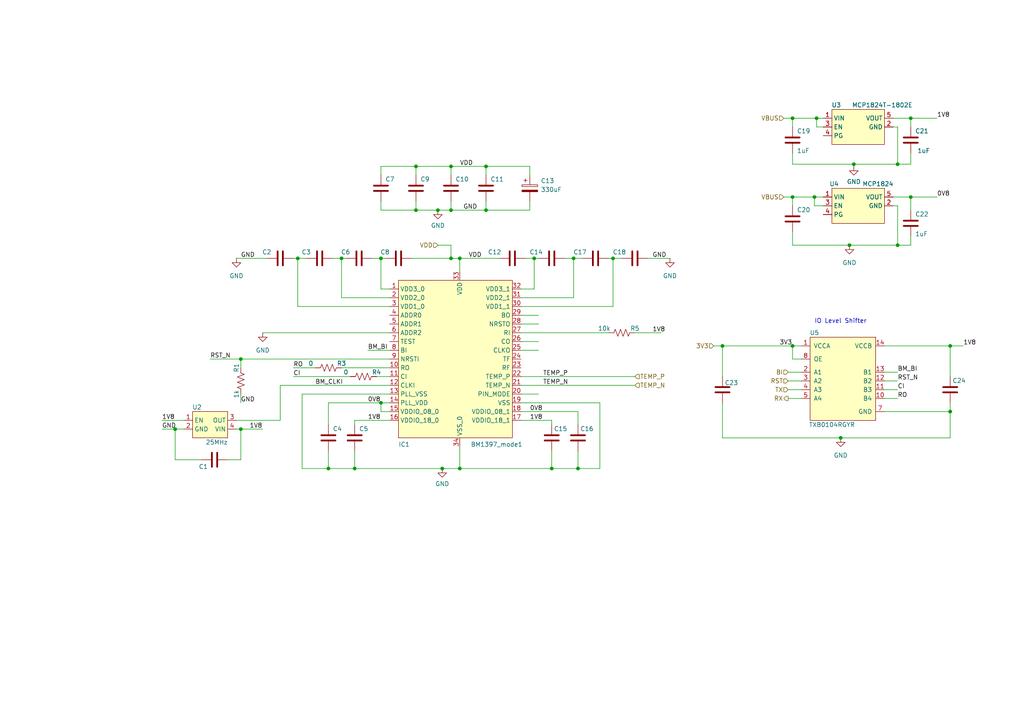
<source format=kicad_sch>
(kicad_sch (version 20231120) (generator "eeschema") (generator_version "8.0")
  (paper "A4")
  (lib_symbols
    (symbol "Device:C" (pin_numbers hide) (pin_names (offset 0.254))
      (property "Reference" "C" (at 0.635 2.54 0))
      (property "Value" "C" (at 0.635 -2.54 0))
      (symbol "C_0_1"
        (polyline (pts (xy -2.032 -0.762) (xy 2.032 -0.762)) (stroke (width 0.508)))
        (polyline (pts (xy -2.032 0.762) (xy 2.032 0.762)) (stroke (width 0.508)))
      )
      (symbol "C_1_1"
        (pin passive line (at 0 3.81 270) (length 2.794) (name "~") (number "1"))
        (pin passive line (at 0 -3.81 90) (length 2.794) (name "~") (number "2"))
      )
    )
    (symbol "Device:C_Polarized" (pin_numbers hide) (pin_names (offset 0.254))
      (property "Reference" "C" (at 0.635 2.54 0))
      (property "Value" "C_Polarized" (at 0.635 -2.54 0))
      (symbol "C_Polarized_0_1"
        (rectangle (start -2.286 0.508) (end 2.286 1.016))
        (polyline (pts (xy -1.778 2.286) (xy -0.762 2.286)))
        (polyline (pts (xy -1.27 2.794) (xy -1.27 1.778)))
        (rectangle (start 2.286 -0.508) (end -2.286 -1.016) (fill (type outline)))
      )
      (symbol "C_Polarized_1_1"
        (pin passive line (at 0 3.81 270) (length 2.794) (name "~") (number "1"))
        (pin passive line (at 0 -3.81 90) (length 2.794) (name "~") (number "2"))
      )
    )
    (symbol "Device:R_US" (pin_numbers hide) (pin_names (offset 0))
      (property "Reference" "R" (at 2.54 0 90))
      (property "Value" "R_US" (at -2.54 0 90))
      (symbol "R_US_0_1"
        (polyline (pts (xy 0 -2.286) (xy 0 -2.54)))
        (polyline (pts (xy 0 2.286) (xy 0 2.54)))
        (polyline (pts (xy 0 -0.762) (xy 1.016 -1.143) (xy 0 -1.524) (xy -1.016 -1.905) (xy 0 -2.286)))
        (polyline (pts (xy 0 0.762) (xy 1.016 0.381) (xy 0 0) (xy -1.016 -0.381) (xy 0 -0.762)))
        (polyline (pts (xy 0 2.286) (xy 1.016 1.905) (xy 0 1.524) (xy -1.016 1.143) (xy 0 0.762)))
      )
      (symbol "R_US_1_1"
        (pin passive line (at 0 3.81 270) (length 1.27) (name "~") (number "1"))
        (pin passive line (at 0 -3.81 90) (length 1.27) (name "~") (number "2"))
      )
    )
    (symbol "GND_1" (power) (pin_numbers hide) (pin_names (offset 0) hide)
      (property "Value" "GND" (at 0 -3.81 0))
      (symbol "GND_1_0_1"
        (polyline (pts (xy 0 0) (xy 0 -1.27) (xy 1.27 -1.27) (xy 0 -2.54) (xy -1.27 -1.27) (xy 0 -1.27)))
      )
      (symbol "GND_1_1_1"
        (pin power_in line (at 0 0 270) (length 0) (name "~") (number "1"))
      )
    )
    (symbol "GND_2" (power) (pin_numbers hide) (pin_names (offset 0) hide)
      (property "Value" "GND" (at 0 -3.81 0))
      (symbol "GND_2_0_1"
        (polyline (pts (xy 0 0) (xy 0 -1.27) (xy 1.27 -1.27) (xy 0 -2.54) (xy -1.27 -1.27) (xy 0 -1.27)))
      )
      (symbol "GND_2_1_1"
        (pin power_in line (at 0 0 270) (length 0) (name "~") (number "1"))
      )
    )
    (symbol "GND_3" (power) (pin_numbers hide) (pin_names (offset 0) hide)
      (property "Value" "GND" (at 0 -3.81 0))
      (symbol "GND_3_0_1"
        (polyline (pts (xy 0 0) (xy 0 -1.27) (xy 1.27 -1.27) (xy 0 -2.54) (xy -1.27 -1.27) (xy 0 -1.27)))
      )
      (symbol "GND_3_1_1"
        (pin power_in line (at 0 0 270) (length 0) (name "~") (number "1"))
      )
    )
    (symbol "GND_5" (power) (pin_numbers hide) (pin_names (offset 0) hide)
      (property "Value" "GND" (at 0 -3.81 0))
      (symbol "GND_5_0_1"
        (polyline (pts (xy 0 0) (xy 0 -1.27) (xy 1.27 -1.27) (xy 0 -2.54) (xy -1.27 -1.27) (xy 0 -1.27)))
      )
      (symbol "GND_5_1_1"
        (pin power_in line (at 0 0 270) (length 0) (name "~") (number "1"))
      )
    )
    (symbol "MCP1824_1"
      (property "Reference" "U" (at -7.62 5.08 0))
      (property "Value" "MCP1824_1" (at 5.08 5.08 0))
      (symbol "MCP1824_1_0_1"
        (rectangle (start -7.62 3.81) (end 7.62 -6.35) (stroke (width 0.1524)) (fill (type background)))
      )
      (symbol "MCP1824_1_1_0"
        (pin bidirectional line (at -10.16 1.27 0) (length 2.54) (name "VIN") (number "1"))
        (pin bidirectional line (at 10.16 -1.27 180) (length 2.54) (name "GND") (number "2"))
        (pin bidirectional line (at -10.16 -1.27 0) (length 2.54) (name "EN") (number "3"))
        (pin bidirectional line (at -10.16 -3.81 0) (length 2.54) (name "PG") (number "4"))
        (pin bidirectional line (at 10.16 1.27 180) (length 2.54) (name "VOUT") (number "5"))
      )
    )
    (symbol "bitaxe:BM1397_mode1"
      (property "Reference" "IC" (at -17.78 17.78 0))
      (property "Value" "BM1397_mode1" (at -17.78 -30.48 0))
      (symbol "BM1397_mode1_1_0"
        (pin bidirectional line (at -20.32 15.24 0) (length 2.54) (name "VDD3_0") (number "1"))
        (pin bidirectional line (at -20.32 -7.62 0) (length 2.54) (name "RO") (number "10"))
        (pin bidirectional line (at -20.32 -10.16 0) (length 2.54) (name "CI") (number "11"))
        (pin bidirectional line (at -20.32 -12.7 0) (length 2.54) (name "CLKI") (number "12"))
        (pin bidirectional line (at -20.32 -15.24 0) (length 2.54) (name "PLL_VSS") (number "13"))
        (pin bidirectional line (at -20.32 -17.78 0) (length 2.54) (name "PLL_VDD") (number "14"))
        (pin bidirectional line (at -20.32 -20.32 0) (length 2.54) (name "VDDIO_08_0") (number "15"))
        (pin bidirectional line (at -20.32 -22.86 0) (length 2.54) (name "VDDIO_18_0") (number "16"))
        (pin bidirectional line (at 17.78 -22.86 180) (length 2.54) (name "VDDIO_18_1") (number "17"))
        (pin bidirectional line (at 17.78 -20.32 180) (length 2.54) (name "VDDIO_08_1") (number "18"))
        (pin bidirectional line (at 17.78 -17.78 180) (length 2.54) (name "VSS") (number "19"))
        (pin bidirectional line (at -20.32 12.7 0) (length 2.54) (name "VDD2_0") (number "2"))
        (pin bidirectional line (at 17.78 -15.24 180) (length 2.54) (name "PIN_MODE") (number "20"))
        (pin bidirectional line (at 17.78 -12.7 180) (length 2.54) (name "TEMP_N") (number "21"))
        (pin bidirectional line (at 17.78 -10.16 180) (length 2.54) (name "TEMP_P") (number "22"))
        (pin bidirectional line (at 17.78 -7.62 180) (length 2.54) (name "RF") (number "23"))
        (pin bidirectional line (at 17.78 -5.08 180) (length 2.54) (name "TF") (number "24"))
        (pin bidirectional line (at 17.78 -2.54 180) (length 2.54) (name "CLKO") (number "25"))
        (pin bidirectional line (at 17.78 0 180) (length 2.54) (name "CO") (number "26"))
        (pin bidirectional line (at 17.78 2.54 180) (length 2.54) (name "RI") (number "27"))
        (pin bidirectional line (at 17.78 5.08 180) (length 2.54) (name "NRSTO") (number "28"))
        (pin bidirectional line (at 17.78 7.62 180) (length 2.54) (name "BO") (number "29"))
        (pin bidirectional line (at -20.32 10.16 0) (length 2.54) (name "VDD1_0") (number "3"))
        (pin bidirectional line (at 17.78 10.16 180) (length 2.54) (name "VDD1_1") (number "30"))
        (pin bidirectional line (at 17.78 12.7 180) (length 2.54) (name "VDD2_1") (number "31"))
        (pin bidirectional line (at 17.78 15.24 180) (length 2.54) (name "VDD3_1") (number "32"))
        (pin bidirectional line (at 0 20.32 270) (length 2.54) (name "VDD") (number "33"))
        (pin bidirectional line (at 0 -30.48 90) (length 2.54) (name "VSS_0") (number "34"))
        (pin bidirectional line (at -20.32 7.62 0) (length 2.54) (name "ADDR0") (number "4"))
        (pin bidirectional line (at -20.32 5.08 0) (length 2.54) (name "ADDR1") (number "5"))
        (pin bidirectional line (at -20.32 2.54 0) (length 2.54) (name "ADDR2") (number "6"))
        (pin bidirectional line (at -20.32 0 0) (length 2.54) (name "TEST") (number "7"))
        (pin bidirectional line (at -20.32 -2.54 0) (length 2.54) (name "BI") (number "8"))
        (pin bidirectional line (at -20.32 -5.08 0) (length 2.54) (name "NRSTI") (number "9"))
      )
      (symbol "BM1397_mode1_1_1"
        (rectangle (start -17.78 17.78) (end 15.24 -27.94) (stroke (width 0.1524)) (fill (type background)))
      )
    )
    (symbol "bitaxe:MCP1824"
      (property "Reference" "U" (at -7.62 5.08 0))
      (property "Value" "MCP1824" (at 5.08 5.08 0))
      (symbol "MCP1824_0_1"
        (rectangle (start -7.62 3.81) (end 7.62 -6.35) (stroke (width 0.1524)) (fill (type background)))
      )
      (symbol "MCP1824_1_0"
        (pin bidirectional line (at -10.16 1.27 0) (length 2.54) (name "VIN") (number "1"))
        (pin bidirectional line (at 10.16 -1.27 180) (length 2.54) (name "GND") (number "2"))
        (pin bidirectional line (at -10.16 -1.27 0) (length 2.54) (name "EN") (number "3"))
        (pin bidirectional line (at -10.16 -3.81 0) (length 2.54) (name "PG") (number "4"))
        (pin bidirectional line (at 10.16 1.27 180) (length 2.54) (name "VOUT") (number "5"))
      )
    )
    (symbol "bitaxe:TXB0104RGYR" (pin_names (offset 1.016))
      (property "Reference" "U" (at -8.89 12.7 0))
      (property "Value" "TXB0104RGYR" (at -8.89 -11.43 0))
      (symbol "TXB0104RGYR_0_0"
        (rectangle (start -8.89 12.7) (end 10.16 -11.43) (stroke (width 0.1524)) (fill (type background)))
        (pin power_in line (at -11.43 10.16 0) (length 2.54) (name "VCCA") (number "1"))
        (pin bidirectional line (at 12.7 -5.08 180) (length 2.54) (name "B4") (number "10"))
        (pin bidirectional line (at 12.7 -2.54 180) (length 2.54) (name "B3") (number "11"))
        (pin bidirectional line (at 12.7 0 180) (length 2.54) (name "B2") (number "12"))
        (pin bidirectional line (at 12.7 2.54 180) (length 2.54) (name "B1") (number "13"))
        (pin power_in line (at 12.7 10.16 180) (length 2.54) (name "VCCB") (number "14"))
        (pin passive line (at 12.7 -8.89 180) (length 2.54) hide (name "GND") (number "15"))
        (pin passive line (at 12.7 -8.89 180) (length 2.54) hide (name "GND") (number "16"))
        (pin passive line (at 12.7 -8.89 180) (length 2.54) hide (name "GND") (number "17"))
        (pin passive line (at 12.7 -8.89 180) (length 2.54) hide (name "GND") (number "18"))
        (pin passive line (at 12.7 -8.89 180) (length 2.54) hide (name "GND") (number "19"))
        (pin bidirectional line (at -11.43 2.54 0) (length 2.54) (name "A1") (number "2"))
        (pin bidirectional line (at -11.43 0 0) (length 2.54) (name "A2") (number "3"))
        (pin bidirectional line (at -11.43 -2.54 0) (length 2.54) (name "A3") (number "4"))
        (pin bidirectional line (at -11.43 -5.08 0) (length 2.54) (name "A4") (number "5"))
        (pin power_in line (at 12.7 -8.89 180) (length 2.54) (name "GND") (number "7"))
        (pin input line (at -11.43 6.35 0) (length 2.54) (name "OE") (number "8"))
      )
    )
    (symbol "bitaxe:oscillator"
      (property "Reference" "U" (at -3.81 5.08 0))
      (property "Value" "oscillator" (at 0 -5.08 0))
      (symbol "oscillator_0_1"
        (rectangle (start -5.08 3.81) (end 5.08 -3.81) (stroke (width 0.1524)) (fill (type background)))
      )
      (symbol "oscillator_1_0"
        (pin bidirectional line (at -7.62 1.27 0) (length 2.54) (name "EN") (number "1"))
        (pin bidirectional line (at -7.62 -1.27 0) (length 2.54) (name "GND") (number "2"))
        (pin bidirectional line (at 7.62 1.27 180) (length 2.54) (name "OUT") (number "3"))
        (pin bidirectional line (at 7.62 -1.27 180) (length 2.54) (name "VIN") (number "4"))
      )
    )
    (symbol "power:GND" (power) (pin_names (offset 0))
      (property "Value" "GND" (at 0 -3.81 0))
      (symbol "GND_0_1"
        (polyline (pts (xy 0 0) (xy 0 -1.27) (xy 1.27 -1.27) (xy 0 -2.54) (xy -1.27 -1.27) (xy 0 -1.27)))
      )
      (symbol "GND_1_1"
        (pin power_in line (at 0 0 270) (length 0) hide (name "GND") (number "1"))
      )
    )
  )
  (junction (at 127 60.96))
  (junction (at 260.35 47.625) (diameter 0.9144))
  (junction (at 229.87 57.15) (diameter 0.9144))
  (junction (at 236.855 34.29))
  (junction (at 140.97 60.96))
  (junction (at 95.25 135.89))
  (junction (at 229.87 34.29) (diameter 0.9144))
  (junction (at 130.81 60.96) (diameter 0.9144))
  (junction (at 160.02 135.89))
  (junction (at 130.81 74.93))
  (junction (at 50.8 124.46))
  (junction (at 209.55 100.33))
  (junction (at 167.64 135.89))
  (junction (at 128.27 135.89))
  (junction (at 275.59 100.33))
  (junction (at 102.87 135.89))
  (junction (at 236.22 57.15))
  (junction (at 247.65 47.625))
  (junction (at 120.65 60.96) (diameter 0.9144))
  (junction (at 243.84 127))
  (junction (at 264.16 57.15) (diameter 0.9144))
  (junction (at 99.06 74.93))
  (junction (at 154.94 74.93))
  (junction (at 275.59 119.38))
  (junction (at 130.81 48.26) (diameter 0.9144))
  (junction (at 166.37 74.93))
  (junction (at 264.16 34.29) (diameter 0.9144))
  (junction (at 86.36 74.93))
  (junction (at 177.8 74.93))
  (junction (at 140.97 48.26))
  (junction (at 246.38 71.12))
  (junction (at 110.49 116.84))
  (junction (at 133.35 135.89))
  (junction (at 69.85 124.46))
  (junction (at 133.35 74.93))
  (junction (at 260.35 71.12) (diameter 0.9144))
  (junction (at 120.65 48.26) (diameter 0.9144))
  (junction (at 229.87 100.33))
  (junction (at 69.85 104.14))
  (junction (at 110.49 74.93))
  (wire (pts (xy 133.35 135.89) (xy 133.35 129.54)))
  (wire (pts (xy 110.49 74.93) (xy 110.49 83.82)))
  (wire (pts (xy 107.95 74.93) (xy 110.49 74.93)))
  (wire (pts (xy 69.85 124.46) (xy 76.2 124.46)))
  (wire (pts (xy 102.87 130.81) (xy 102.87 135.89)))
  (wire (pts (xy 209.55 116.84) (xy 209.55 127)))
  (wire (pts (xy 68.58 124.46) (xy 69.85 124.46)))
  (wire (pts (xy 187.96 74.93) (xy 194.31 74.93)))
  (wire (pts (xy 154.94 74.93) (xy 156.21 74.93)))
  (wire (pts (xy 120.65 50.8) (xy 120.65 48.26)))
  (wire (pts (xy 76.2 96.52) (xy 113.03 96.52)))
  (wire (pts (xy 110.49 50.8) (xy 110.49 48.26)))
  (wire (pts (xy 166.37 86.36) (xy 166.37 74.93)))
  (wire (pts (xy 130.81 60.96) (xy 127 60.96)))
  (wire (pts (xy 153.67 58.42) (xy 153.67 60.96)))
  (wire (pts (xy 236.22 59.69) (xy 238.76 59.69)))
  (wire (pts (xy 184.15 96.52) (xy 191.77 96.52)))
  (wire (pts (xy 160.02 130.81) (xy 160.02 135.89)))
  (wire (pts (xy 279.4 100.33) (xy 275.59 100.33)))
  (wire (pts (xy 86.36 88.9) (xy 86.36 74.93)))
  (wire (pts (xy 173.99 116.84) (xy 151.13 116.84)))
  (wire (pts (xy 260.35 71.12) (xy 246.38 71.12)))
  (wire (pts (xy 110.49 119.38) (xy 110.49 116.84)))
  (wire (pts (xy 207.01 100.33) (xy 209.55 100.33)))
  (wire (pts (xy 68.58 121.92) (xy 81.28 121.92)))
  (wire (pts (xy 264.16 34.29) (xy 271.78 34.29)))
  (wire (pts (xy 260.35 59.69) (xy 259.08 59.69)))
  (wire (pts (xy 229.87 47.625) (xy 247.65 47.625)))
  (wire (pts (xy 127 60.96) (xy 120.65 60.96)))
  (wire (pts (xy 264.16 44.45) (xy 264.16 47.625)))
  (wire (pts (xy 95.25 130.81) (xy 95.25 135.89)))
  (wire (pts (xy 152.4 74.93) (xy 154.94 74.93)))
  (wire (pts (xy 236.22 59.69) (xy 236.22 57.15)))
  (wire (pts (xy 81.28 111.76) (xy 81.28 121.92)))
  (wire (pts (xy 50.8 133.35) (xy 50.8 124.46)))
  (wire (pts (xy 127 71.12) (xy 130.81 71.12)))
  (wire (pts (xy 227.33 57.15) (xy 229.87 57.15)))
  (wire (pts (xy 46.99 124.46) (xy 50.8 124.46)))
  (wire (pts (xy 167.64 119.38) (xy 167.64 123.19)))
  (wire (pts (xy 140.97 60.96) (xy 153.67 60.96)))
  (wire (pts (xy 95.25 135.89) (xy 102.87 135.89)))
  (wire (pts (xy 229.87 44.45) (xy 229.87 47.625)))
  (wire (pts (xy 87.63 114.3) (xy 87.63 135.89)))
  (wire (pts (xy 229.87 34.29) (xy 229.87 36.83)))
  (wire (pts (xy 236.22 57.15) (xy 238.76 57.15)))
  (wire (pts (xy 228.6 107.95) (xy 232.41 107.95)))
  (wire (pts (xy 151.13 119.38) (xy 167.64 119.38)))
  (wire (pts (xy 95.25 116.84) (xy 110.49 116.84)))
  (wire (pts (xy 236.855 36.83) (xy 236.855 34.29)))
  (wire (pts (xy 119.38 74.93) (xy 130.81 74.93)))
  (wire (pts (xy 130.81 48.26) (xy 140.97 48.26)))
  (wire (pts (xy 151.13 91.44) (xy 156.21 91.44)))
  (wire (pts (xy 229.87 34.29) (xy 236.855 34.29)))
  (wire (pts (xy 243.84 127) (xy 275.59 127)))
  (wire (pts (xy 68.58 74.93) (xy 77.47 74.93)))
  (wire (pts (xy 209.55 109.22) (xy 209.55 100.33)))
  (wire (pts (xy 151.13 101.6) (xy 156.21 101.6)))
  (wire (pts (xy 85.09 109.22) (xy 101.6 109.22)))
  (wire (pts (xy 259.08 57.15) (xy 264.16 57.15)))
  (wire (pts (xy 113.03 83.82) (xy 110.49 83.82)))
  (wire (pts (xy 229.87 57.15) (xy 229.87 59.69)))
  (wire (pts (xy 86.36 74.93) (xy 88.9 74.93)))
  (wire (pts (xy 110.49 48.26) (xy 120.65 48.26)))
  (wire (pts (xy 128.27 135.89) (xy 133.35 135.89)))
  (wire (pts (xy 256.54 110.49) (xy 260.35 110.49)))
  (wire (pts (xy 140.97 50.8) (xy 140.97 48.26)))
  (wire (pts (xy 106.68 101.6) (xy 113.03 101.6)))
  (wire (pts (xy 229.87 100.33) (xy 232.41 100.33)))
  (wire (pts (xy 259.08 34.29) (xy 264.16 34.29)))
  (wire (pts (xy 166.37 74.93) (xy 168.91 74.93)))
  (wire (pts (xy 120.65 60.96) (xy 110.49 60.96)))
  (wire (pts (xy 133.35 74.93) (xy 133.35 78.74)))
  (wire (pts (xy 173.99 135.89) (xy 173.99 116.84)))
  (wire (pts (xy 133.35 135.89) (xy 160.02 135.89)))
  (wire (pts (xy 66.04 133.35) (xy 69.85 133.35)))
  (wire (pts (xy 151.13 121.92) (xy 160.02 121.92)))
  (wire (pts (xy 99.06 106.68) (xy 113.03 106.68)))
  (wire (pts (xy 153.67 50.8) (xy 153.67 48.26)))
  (wire (pts (xy 110.49 58.42) (xy 110.49 60.96)))
  (wire (pts (xy 81.28 111.76) (xy 113.03 111.76)))
  (wire (pts (xy 151.13 111.76) (xy 184.15 111.76)))
  (wire (pts (xy 69.85 104.14) (xy 113.03 104.14)))
  (wire (pts (xy 46.99 121.92) (xy 53.34 121.92)))
  (wire (pts (xy 151.13 96.52) (xy 176.53 96.52)))
  (wire (pts (xy 95.25 123.19) (xy 95.25 116.84)))
  (wire (pts (xy 69.85 133.35) (xy 69.85 124.46)))
  (wire (pts (xy 163.83 74.93) (xy 166.37 74.93)))
  (wire (pts (xy 151.13 99.06) (xy 156.21 99.06)))
  (wire (pts (xy 140.97 48.26) (xy 153.67 48.26)))
  (wire (pts (xy 167.64 135.89) (xy 173.99 135.89)))
  (wire (pts (xy 264.16 47.625) (xy 260.35 47.625)))
  (wire (pts (xy 130.81 71.12) (xy 130.81 74.93)))
  (wire (pts (xy 140.97 58.42) (xy 140.97 60.96)))
  (wire (pts (xy 85.09 106.68) (xy 91.44 106.68)))
  (wire (pts (xy 236.855 34.29) (xy 238.76 34.29)))
  (wire (pts (xy 144.78 74.93) (xy 133.35 74.93)))
  (wire (pts (xy 264.16 57.15) (xy 264.16 60.96)))
  (wire (pts (xy 151.13 93.98) (xy 156.21 93.98)))
  (wire (pts (xy 176.53 74.93) (xy 177.8 74.93)))
  (wire (pts (xy 50.8 124.46) (xy 53.34 124.46)))
  (wire (pts (xy 102.87 135.89) (xy 128.27 135.89)))
  (wire (pts (xy 228.6 110.49) (xy 232.41 110.49)))
  (wire (pts (xy 256.54 115.57) (xy 260.35 115.57)))
  (wire (pts (xy 209.55 100.33) (xy 229.87 100.33)))
  (wire (pts (xy 113.03 86.36) (xy 99.06 86.36)))
  (wire (pts (xy 228.6 115.57) (xy 232.41 115.57)))
  (wire (pts (xy 140.97 60.96) (xy 130.81 60.96)))
  (wire (pts (xy 113.03 119.38) (xy 110.49 119.38)))
  (wire (pts (xy 110.49 116.84) (xy 113.03 116.84)))
  (wire (pts (xy 229.87 104.14) (xy 229.87 100.33)))
  (wire (pts (xy 256.54 113.03) (xy 260.35 113.03)))
  (wire (pts (xy 260.35 36.83) (xy 260.35 47.625)))
  (wire (pts (xy 160.02 135.89) (xy 167.64 135.89)))
  (wire (pts (xy 229.87 57.15) (xy 236.22 57.15)))
  (wire (pts (xy 69.85 114.3) (xy 69.85 116.84)))
  (wire (pts (xy 167.64 130.81) (xy 167.64 135.89)))
  (wire (pts (xy 120.65 58.42) (xy 120.65 60.96)))
  (wire (pts (xy 102.87 123.19) (xy 102.87 121.92)))
  (wire (pts (xy 102.87 121.92) (xy 113.03 121.92)))
  (wire (pts (xy 256.54 100.33) (xy 275.59 100.33)))
  (wire (pts (xy 260.35 36.83) (xy 259.08 36.83)))
  (wire (pts (xy 87.63 135.89) (xy 95.25 135.89)))
  (wire (pts (xy 58.42 133.35) (xy 50.8 133.35)))
  (wire (pts (xy 264.16 34.29) (xy 264.16 36.83)))
  (wire (pts (xy 87.63 114.3) (xy 113.03 114.3)))
  (wire (pts (xy 151.13 88.9) (xy 177.8 88.9)))
  (wire (pts (xy 260.35 59.69) (xy 260.35 71.12)))
  (wire (pts (xy 110.49 74.93) (xy 111.76 74.93)))
  (wire (pts (xy 227.33 34.29) (xy 229.87 34.29)))
  (wire (pts (xy 85.09 74.93) (xy 86.36 74.93)))
  (wire (pts (xy 247.65 47.625) (xy 260.35 47.625)))
  (wire (pts (xy 113.03 88.9) (xy 86.36 88.9)))
  (wire (pts (xy 264.16 71.12) (xy 260.35 71.12)))
  (wire (pts (xy 120.65 48.26) (xy 130.81 48.26)))
  (wire (pts (xy 275.59 119.38) (xy 275.59 127)))
  (wire (pts (xy 256.54 119.38) (xy 275.59 119.38)))
  (wire (pts (xy 229.87 67.31) (xy 229.87 71.12)))
  (wire (pts (xy 177.8 88.9) (xy 177.8 74.93)))
  (wire (pts (xy 130.81 50.8) (xy 130.81 48.26)))
  (wire (pts (xy 130.81 74.93) (xy 133.35 74.93)))
  (wire (pts (xy 60.96 104.14) (xy 69.85 104.14)))
  (wire (pts (xy 275.59 116.84) (xy 275.59 119.38)))
  (wire (pts (xy 275.59 100.33) (xy 275.59 109.22)))
  (wire (pts (xy 247.65 47.625) (xy 247.65 48.26)))
  (wire (pts (xy 96.52 74.93) (xy 99.06 74.93)))
  (wire (pts (xy 209.55 127) (xy 243.84 127)))
  (wire (pts (xy 99.06 86.36) (xy 99.06 74.93)))
  (wire (pts (xy 264.16 68.58) (xy 264.16 71.12)))
  (wire (pts (xy 160.02 121.92) (xy 160.02 123.19)))
  (wire (pts (xy 264.16 57.15) (xy 271.78 57.15)))
  (wire (pts (xy 99.06 74.93) (xy 100.33 74.93)))
  (wire (pts (xy 236.855 36.83) (xy 238.76 36.83)))
  (wire (pts (xy 232.41 104.14) (xy 229.87 104.14)))
  (wire (pts (xy 246.38 71.12) (xy 229.87 71.12)))
  (wire (pts (xy 154.94 83.82) (xy 154.94 74.93)))
  (wire (pts (xy 228.6 113.03) (xy 232.41 113.03)))
  (wire (pts (xy 256.54 107.95) (xy 260.35 107.95)))
  (wire (pts (xy 69.85 104.14) (xy 69.85 106.68)))
  (wire (pts (xy 151.13 86.36) (xy 166.37 86.36)))
  (wire (pts (xy 151.13 109.22) (xy 184.15 109.22)))
  (wire (pts (xy 109.22 109.22) (xy 113.03 109.22)))
  (wire (pts (xy 130.81 58.42) (xy 130.81 60.96)))
  (wire (pts (xy 151.13 83.82) (xy 154.94 83.82)))
  (wire (pts (xy 151.13 114.3) (xy 156.21 114.3)))
  (wire (pts (xy 177.8 74.93) (xy 180.34 74.93)))
  (text "IO Level Shifter" (at 236.22 93.98 0) (effects (font (size 1.27 1.27)) (justify left bottom)))
  (label "TEMP_N" (at 157.48 111.76 0))
  (label "1V8" (at 153.67 121.92 0))
  (label "0V8" (at 106.68 116.84 0))
  (label "VDD" (at 135.89 74.93 0))
  (label "RO" (at 260.35 115.57 0))
  (label "GND" (at 46.99 124.46 0))
  (label "GND" (at 189.23 74.93 0))
  (label "RST_N" (at 60.96 104.14 0))
  (label "1V8" (at 279.4 100.33 0))
  (label "1V8" (at 46.99 121.92 0))
  (label "GND" (at 138.43 60.96 180))
  (label "0V8" (at 153.67 119.38 0))
  (label "RST_N" (at 260.35 110.49 0))
  (label "1V8" (at 106.68 121.92 0))
  (label "BM_CLKI" (at 91.44 111.76 0))
  (label "0V8" (at 271.78 57.15 0))
  (label "GND" (at 69.85 74.93 0))
  (label "BM_BI" (at 106.68 101.6 0))
  (label "1V8" (at 189.23 96.52 0))
  (label "CI" (at 85.09 109.22 0))
  (label "1V8" (at 72.39 124.46 0))
  (label "BM_BI" (at 260.35 107.95 0))
  (label "TEMP_P" (at 157.48 109.22 0))
  (label "GND" (at 69.85 116.84 0))
  (label "CI" (at 260.35 113.03 0))
  (label "3V3" (at 226.06 100.33 0))
  (label "RO" (at 85.09 106.68 0))
  (label "1V8" (at 271.78 34.29 0))
  (label "VDD" (at 133.35 48.26 0))
  (hierarchical_label "RST" (shape input) (at 228.6 110.49 180))
  (hierarchical_label "3V3" (shape input) (at 207.01 100.33 180))
  (hierarchical_label "TEMP_N" (shape input) (at 184.15 111.76 0))
  (hierarchical_label "VBUS" (shape input) (at 227.33 34.29 180))
  (hierarchical_label "VBUS" (shape input) (at 227.33 57.15 180))
  (hierarchical_label "BI" (shape input) (at 228.6 107.95 180))
  (hierarchical_label "VDD" (shape input) (at 127 71.12 180))
  (hierarchical_label "RX" (shape output) (at 228.6 115.57 180))
  (hierarchical_label "TEMP_P" (shape input) (at 184.15 109.22 0))
  (hierarchical_label "TX" (shape input) (at 228.6 113.03 180))
  (symbol (lib_id "Device:C") (at 209.55 113.03 0) (unit 1)
    (property "Reference" "C23" (at 210.185 111.76 0) (effects (justify left bottom)))
    (property "Value" "311-3342-1-ND" (effects (hide yes)))
    (property "Footprint" "Capacitor_SMD:C_0402_1005Metric" (effects (hide yes)))
    (property "DK" "1292-1639-1-ND" (effects (hide yes)))
  )
  (symbol (lib_id "Device:C") (at 160.02 74.93 90) (unit 1)
    (property "Reference" "C14" (at 157.48 72.39 90) (effects (justify left bottom)))
    (property "Value" "587-5514-1-ND" (effects (hide yes)))
    (property "Footprint" "Capacitor_SMD:C_0402_1005Metric" (effects (hide yes)))
    (property "DK" "587-5514-1-ND" (effects (hide yes)))
  )
  (symbol (lib_id "Device:C") (at 275.59 113.03 0) (unit 1)
    (property "Reference" "C24" (at 276.225 111.125 0) (effects (justify left bottom)))
    (property "Value" "311-3342-1-ND" (effects (hide yes)))
    (property "Footprint" "Capacitor_SMD:C_0402_1005Metric" (effects (hide yes)))
    (property "DK" "1292-1639-1-ND" (effects (hide yes)))
  )
  (symbol (lib_id "Device:C") (at 95.25 127 0) (unit 1)
    (property "Reference" "C4" (at 96.52 125.095 0) (effects (justify left bottom)))
    (property "Value" "587-5514-1-ND" (effects (hide yes)))
    (property "Footprint" "Capacitor_SMD:C_0402_1005Metric" (effects (hide yes)))
    (property "DK" "587-5514-1-ND" (effects (hide yes)))
  )
  (symbol (lib_id "power:GND") (at 247.65 48.26 0) (mirror y) (unit 1)
    (property "Reference" "#PWR012" (effects (hide yes)))
    (property "Value" "GND" (at 247.65 52.705 0))
  )
  (symbol (lib_id "Device:C") (at 167.64 127 0) (unit 1)
    (property "Reference" "C16" (at 168.275 125.095 0) (effects (justify left bottom)))
    (property "Value" "587-5514-1-ND" (effects (hide yes)))
    (property "Footprint" "Capacitor_SMD:C_0402_1005Metric" (effects (hide yes)))
    (property "DK" "587-5514-1-ND" (effects (hide yes)))
  )
  (symbol (lib_id "bitaxe:TXB0104RGYR") (at 243.84 110.49 0) (unit 1)
    (property "Reference" "U5" (at 236.22 96.52 0))
    (property "Value" "TXB0104RGYR" (at 241.3 123.19 0))
    (property "Footprint" "bitaxe:TXB0104" (effects (hide yes)))
    (property "Datasheet" "https://www.ti.com/lit/ds/symlink/txb0104.pdf?HQS=dis-dk-null-digikeymode-dsf-pf-null-wwe&ts=1669420543825&ref_url=https%253A%252F%252Fwww.ti.com%252Fgeneral%252Fdocs%252Fsuppproductinfo.tsp%253FdistId%253D10%2526gotoUrl%253Dhttps%253A%252F%252Fwww.ti.com%252Flit%252Fgpn%252Ftxb0104" (effects (hide yes)))
    (property "DK" "296-21930-1-ND" (effects (hide yes)))
    (property "PARTNO" "TXB0104RGYR" (effects (hide yes)))
  )
  (symbol (lib_id "Device:R_US") (at 95.25 106.68 90) (unit 1)
    (property "Reference" "R3" (at 99.06 105.41 90))
    (property "Value" "0" (at 90.17 105.41 90))
    (property "Footprint" "Resistor_SMD:R_0402_1005Metric" (effects (hide yes)))
    (property "DK" "RMCF0402ZT0R00CT-ND" (effects (hide yes)))
  )
  (symbol (lib_id "Device:C") (at 115.57 74.93 90) (unit 1)
    (property "Reference" "C8" (at 113.03 72.39 90) (effects (justify left bottom)))
    (property "Value" "587-5514-1-ND" (effects (hide yes)))
    (property "Footprint" "Capacitor_SMD:C_0402_1005Metric" (effects (hide yes)))
    (property "DK" "587-5514-1-ND" (effects (hide yes)))
  )
  (symbol (lib_id "Device:C") (at 264.16 64.77 0) (unit 1)
    (property "Reference" "C22" (at 265.43 62.865 0) (effects (justify left bottom)))
    (property "Value" "1uF" (at 265.43 68.58 0) (effects (justify left bottom)))
    (property "Footprint" "Capacitor_SMD:C_0402_1005Metric" (effects (hide yes)))
    (property "DK" "587-5514-1-ND" (effects (hide yes)))
  )
  (symbol (lib_id "Device:C") (at 140.97 54.61 0) (unit 1)
    (property "Reference" "C11" (at 142.24 52.705 0) (effects (justify left bottom)))
    (property "Value" "587-5514-1-ND" (effects (hide yes)))
    (property "Footprint" "Capacitor_SMD:C_0402_1005Metric" (effects (hide yes)))
    (property "DK" "587-5514-1-ND" (effects (hide yes)))
  )
  (symbol (lib_name "GND_1") (lib_id "power:GND") (at 68.58 74.93 0) (unit 1)
    (property "Reference" "#PWR07" (effects (hide yes)))
    (property "Value" "GND" (at 68.58 80.01 0))
    (property "Description" "Power symbol creates a global label with name \"GND\" , ground" (effects (hide yes)))
  )
  (symbol (lib_id "Device:C") (at 104.14 74.93 90) (unit 1)
    (property "Reference" "C6" (at 101.6 72.39 90) (effects (justify left bottom)))
    (property "Value" "587-5514-1-ND" (effects (hide yes)))
    (property "Footprint" "Capacitor_SMD:C_0402_1005Metric" (effects (hide yes)))
    (property "DK" "587-5514-1-ND" (effects (hide yes)))
  )
  (symbol (lib_id "power:GND") (at 128.27 135.89 0) (mirror y) (unit 1)
    (property "Reference" "#PWR02" (effects (hide yes)))
    (property "Value" "GND" (at 128.27 140.335 0))
  )
  (symbol (lib_id "Device:C") (at 229.87 40.64 0) (unit 1)
    (property "Reference" "C19" (at 231.14 38.735 0) (effects (justify left bottom)))
    (property "Value" "1uF" (at 231.14 44.45 0) (effects (justify left bottom)))
    (property "Footprint" "Capacitor_SMD:C_0402_1005Metric" (effects (hide yes)))
    (property "DK" "587-5514-1-ND" (effects (hide yes)))
    (property "PARTNO" "EMK105BJ105MV-F" (effects (hide yes)))
  )
  (symbol (lib_id "bitaxe:BM1397_mode1") (at 133.35 99.06 0) (unit 1)
    (property "Reference" "IC1" (at 115.57 128.905 0) (effects (justify left)))
    (property "Value" "BM1397_mode1" (at 136.525 128.905 0) (effects (justify left)))
    (property "Footprint" "bitaxe:BM1397" (effects (hide yes)))
    (property "DNP" "T" (effects (hide yes)))
  )
  (symbol (lib_name "GND_2") (lib_id "power:GND") (at 194.31 74.93 0) (unit 1)
    (property "Reference" "#PWR08" (effects (hide yes)))
    (property "Value" "GND" (at 194.31 80.01 0))
    (property "Description" "Power symbol creates a global label with name \"GND\" , ground" (effects (hide yes)))
  )
  (symbol (lib_id "Device:C") (at 120.65 54.61 0) (unit 1)
    (property "Reference" "C9" (at 121.92 52.705 0) (effects (justify left bottom)))
    (property "Value" "311-3342-1-ND" (effects (hide yes)))
    (property "Footprint" "Capacitor_SMD:C_0402_1005Metric" (effects (hide yes)))
    (property "DK" "1292-1639-1-ND" (effects (hide yes)))
  )
  (symbol (lib_id "bitaxe:MCP1824") (at 248.92 35.56 0) (unit 1)
    (property "Reference" "U3" (at 242.57 30.48 0))
    (property "Value" "MCP1824T-1802E" (at 255.905 30.48 0))
    (property "Footprint" "Package_TO_SOT_SMD:SOT-23-5" (effects (hide yes)))
    (property "Datasheet" "https://ww1.microchip.com/downloads/en/DeviceDoc/22070a.pdf" (effects (hide yes)))
    (property "PARTNO" "MCP1824T-1802E/OT" (effects (hide yes)))
    (property "DK" "MCP1824T-1802E/OTCT-ND" (effects (hide yes)))
  )
  (symbol (lib_id "Device:C") (at 81.28 74.93 90) (unit 1)
    (property "Reference" "C2" (at 78.74 72.39 90) (effects (justify left bottom)))
    (property "Value" "587-5514-1-ND" (effects (hide yes)))
    (property "Footprint" "Capacitor_SMD:C_0402_1005Metric" (effects (hide yes)))
    (property "DK" "587-5514-1-ND" (effects (hide yes)))
  )
  (symbol (lib_id "Device:C") (at 92.71 74.93 90) (unit 1)
    (property "Reference" "C3" (at 90.17 72.39 90) (effects (justify left bottom)))
    (property "Value" "587-5514-1-ND" (effects (hide yes)))
    (property "Footprint" "Capacitor_SMD:C_0402_1005Metric" (effects (hide yes)))
    (property "DK" "587-5514-1-ND" (effects (hide yes)))
  )
  (symbol (lib_id "Device:C") (at 130.81 54.61 0) (unit 1)
    (property "Reference" "C10" (at 132.08 52.705 0) (effects (justify left bottom)))
    (property "Value" "587-5514-1-ND" (effects (hide yes)))
    (property "Footprint" "Capacitor_SMD:C_0402_1005Metric" (effects (hide yes)))
    (property "DK" "587-5514-1-ND" (effects (hide yes)))
  )
  (symbol (lib_id "Device:C") (at 264.16 40.64 0) (unit 1)
    (property "Reference" "C21" (at 265.43 38.735 0) (effects (justify left bottom)))
    (property "Value" "1uF" (at 266.065 44.45 0) (effects (justify left bottom)))
    (property "Footprint" "Capacitor_SMD:C_0402_1005Metric" (effects (hide yes)))
    (property "DK" "587-5514-1-ND" (effects (hide yes)))
    (property "PARTNO" "EMK105BJ105MV-F" (effects (hide yes)))
  )
  (symbol (lib_id "Device:C") (at 102.87 127 0) (unit 1)
    (property "Reference" "C5" (at 104.14 125.095 0) (effects (justify left bottom)))
    (property "Value" "587-5514-1-ND" (effects (hide yes)))
    (property "Footprint" "Capacitor_SMD:C_0402_1005Metric" (effects (hide yes)))
    (property "DK" "587-5514-1-ND" (effects (hide yes)))
  )
  (symbol (lib_id "Device:C") (at 172.72 74.93 90) (unit 1)
    (property "Reference" "C17" (at 170.18 72.39 90) (effects (justify left bottom)))
    (property "Value" "587-5514-1-ND" (effects (hide yes)))
    (property "Footprint" "Capacitor_SMD:C_0402_1005Metric" (effects (hide yes)))
    (property "DK" "587-5514-1-ND" (effects (hide yes)))
  )
  (symbol (lib_name "MCP1824_1") (lib_id "bitaxe:MCP1824") (at 248.92 58.42 0) (unit 1)
    (property "Reference" "U4" (at 241.935 53.34 0))
    (property "Value" "MCP1824" (at 254.635 53.34 0))
    (property "Footprint" "Package_TO_SOT_SMD:SOT-23-5" (effects (hide yes)))
    (property "Datasheet" "https://ww1.microchip.com/downloads/en/DeviceDoc/22070a.pdf" (effects (hide yes)))
    (property "PARTNO" "MCP1824T-0802E/OT" (effects (hide yes)))
    (property "DK" "MCP1824T-0802E/OTCT-ND" (effects (hide yes)))
  )
  (symbol (lib_name "GND_1") (lib_id "power:GND") (at 76.2 96.52 0) (unit 1)
    (property "Reference" "#PWR05" (effects (hide yes)))
    (property "Value" "GND" (at 76.2 101.6 0))
    (property "Description" "Power symbol creates a global label with name \"GND\" , ground" (effects (hide yes)))
  )
  (symbol (lib_id "Device:R_US") (at 69.85 110.49 180) (unit 1)
    (property "Reference" "R1" (at 68.58 106.68 90))
    (property "Value" "1k" (at 68.58 114.3 90))
    (property "Footprint" "Resistor_SMD:R_0402_1005Metric" (effects (hide yes)))
    (property "DK" "YAG2306CT-ND" (effects (hide yes)))
  )
  (symbol (lib_id "Device:C") (at 110.49 54.61 0) (unit 1)
    (property "Reference" "C7" (at 111.76 52.705 0) (effects (justify left bottom)))
    (property "Value" "311-3342-1-ND" (effects (hide yes)))
    (property "Footprint" "Capacitor_SMD:C_0402_1005Metric" (effects (hide yes)))
    (property "DK" "1292-1639-1-ND" (effects (hide yes)))
  )
  (symbol (lib_id "Device:C") (at 229.87 63.5 0) (unit 1)
    (property "Reference" "C20" (at 231.14 61.595 0) (effects (justify left bottom)))
    (property "Value" "311-3342-1-ND" (effects (hide yes)))
    (property "Footprint" "Capacitor_SMD:C_0402_1005Metric" (effects (hide yes)))
    (property "DK" "1292-1639-1-ND" (effects (hide yes)))
  )
  (symbol (lib_name "GND_3") (lib_id "power:GND") (at 243.84 127 0) (unit 1)
    (property "Reference" "#PWR03" (effects (hide yes)))
    (property "Value" "GND" (at 243.84 132.08 0))
    (property "Description" "Power symbol creates a global label with name \"GND\" , ground" (effects (hide yes)))
  )
  (symbol (lib_id "Device:C") (at 148.59 74.93 90) (unit 1)
    (property "Reference" "C12" (at 145.415 72.39 90) (effects (justify left bottom)))
    (property "Value" "587-5514-1-ND" (effects (hide yes)))
    (property "Footprint" "Capacitor_SMD:C_0402_1005Metric" (effects (hide yes)))
    (property "DK" "587-5514-1-ND" (effects (hide yes)))
  )
  (symbol (lib_id "Device:C") (at 62.23 133.35 90) (unit 1)
    (property "Reference" "C1" (at 60.325 134.62 90) (effects (justify left bottom)))
    (property "Value" "311-3342-1-ND" (effects (hide yes)))
    (property "Footprint" "Capacitor_SMD:C_0402_1005Metric" (effects (hide yes)))
    (property "DK" "1292-1639-1-ND" (effects (hide yes)))
  )
  (symbol (lib_id "Device:R_US") (at 180.34 96.52 90) (unit 1)
    (property "Reference" "R5" (at 184.15 95.25 90))
    (property "Value" "10k" (at 175.26 95.25 90))
    (property "Footprint" "Resistor_SMD:R_0402_1005Metric" (effects (hide yes)))
    (property "DK" "311-10KJRCT-ND" (effects (hide yes)))
  )
  (symbol (lib_id "Device:C") (at 160.02 127 0) (unit 1)
    (property "Reference" "C15" (at 160.655 125.095 0) (effects (justify left bottom)))
    (property "Value" "587-5514-1-ND" (effects (hide yes)))
    (property "Footprint" "Capacitor_SMD:C_0402_1005Metric" (effects (hide yes)))
    (property "DK" "587-5514-1-ND" (effects (hide yes)))
  )
  (symbol (lib_id "Device:C_Polarized") (at 153.67 54.61 0) (unit 1)
    (property "Reference" "C13" (at 156.845 52.4509 0) (effects (justify left)))
    (property "Value" "330uF" (at 156.845 54.9909 0) (effects (justify left)))
    (property "Footprint" "Capacitor_Tantalum_SMD:CP_EIA-7343-31_Kemet-D_Pad2.25x2.55mm_HandSolder" (effects (hide yes)))
    (property "DK" "718-1028-1-ND" (effects (hide yes)))
  )
  (symbol (lib_id "Device:C") (at 184.15 74.93 90) (unit 1)
    (property "Reference" "C18" (at 181.61 72.39 90) (effects (justify left bottom)))
    (property "Value" "587-5514-1-ND" (effects (hide yes)))
    (property "Footprint" "Capacitor_SMD:C_0402_1005Metric" (effects (hide yes)))
    (property "DK" "587-5514-1-ND" (effects (hide yes)))
  )
  (symbol (lib_id "Device:R_US") (at 105.41 109.22 90) (unit 1)
    (property "Reference" "R4" (at 109.22 107.95 90))
    (property "Value" "0" (at 100.33 107.95 90))
    (property "Footprint" "Resistor_SMD:R_0402_1005Metric" (effects (hide yes)))
    (property "DK" "RMCF0402ZT0R00CT-ND" (effects (hide yes)))
  )
  (symbol (lib_id "bitaxe:oscillator") (at 60.96 123.19 0) (unit 1)
    (property "Reference" "U2" (at 57.15 118.11 0))
    (property "Value" "25MHz" (at 62.865 128.27 0))
    (property "Footprint" "bitaxe:O 25,0-JO32-B-1V3-1-T1-LF" (effects (hide yes)))
    (property "Datasheet" "https://www.jauch.com/downloadfile/5ef1edcfb8e2f73163c8ce8009ef659d1/jo32-1.8-3.3v.pdf" (effects (hide yes)))
    (property "DK" "1908-O250-JO32-B-1V3-1-T1-LFCT-ND" (effects (hide yes)))
    (property "PARTNO" "O 25,0-JO32-B-1V3-1-T1-LF" (effects (hide yes)))
  )
  (symbol (lib_name "GND_5") (lib_id "power:GND") (at 246.38 71.12 0) (unit 1)
    (property "Reference" "#PWR013" (effects (hide yes)))
    (property "Value" "GND" (at 246.38 76.2 0))
    (property "Description" "Power symbol creates a global label with name \"GND\" , ground" (effects (hide yes)))
  )
  (symbol (lib_id "power:GND") (at 127 60.96 0) (mirror y) (unit 1)
    (property "Reference" "#PWR01" (effects (hide yes)))
    (property "Value" "GND" (at 127 65.405 0))
  )
)
</source>
